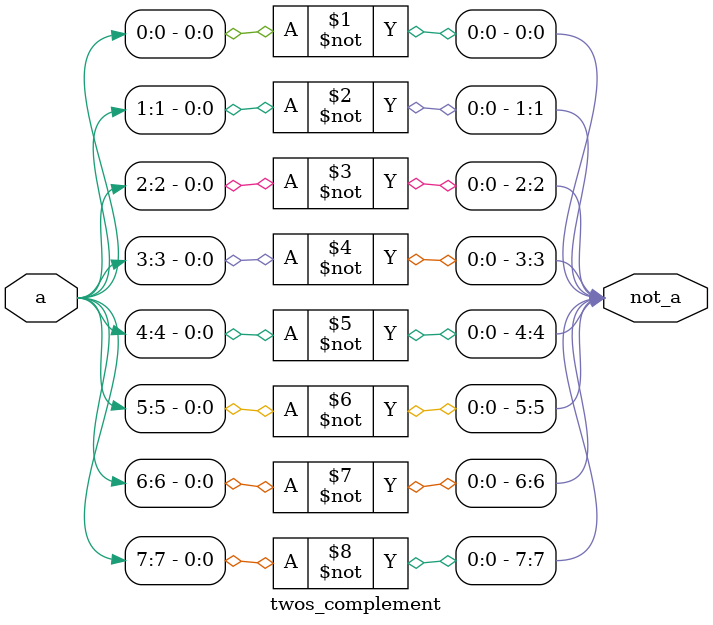
<source format=v>
`timescale 1ns/1ps

module twos_complement(
    input [7:0] a,
    output [7:0] not_a
);
    genvar i;
    generate
        for (i = 0; i < 8; i = i + 1) begin : gen_complement
            not (not_a[i], a[i]);
        end
    endgenerate

endmodule
</source>
